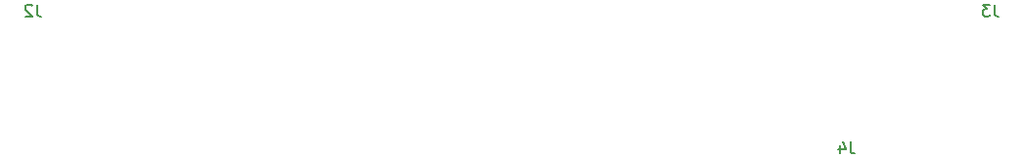
<source format=gbr>
G04 #@! TF.GenerationSoftware,KiCad,Pcbnew,(5.1.6)-1*
G04 #@! TF.CreationDate,2020-12-13T21:15:54+01:00*
G04 #@! TF.ProjectId,AR21_Battery_PCB,41523231-5f42-4617-9474-6572795f5043,rev?*
G04 #@! TF.SameCoordinates,Original*
G04 #@! TF.FileFunction,Legend,Bot*
G04 #@! TF.FilePolarity,Positive*
%FSLAX46Y46*%
G04 Gerber Fmt 4.6, Leading zero omitted, Abs format (unit mm)*
G04 Created by KiCad (PCBNEW (5.1.6)-1) date 2020-12-13 21:15:54*
%MOMM*%
%LPD*%
G01*
G04 APERTURE LIST*
%ADD10C,0.150000*%
G04 APERTURE END LIST*
D10*
X99393333Y-100552380D02*
X99393333Y-101266666D01*
X99440952Y-101409523D01*
X99536190Y-101504761D01*
X99679047Y-101552380D01*
X99774285Y-101552380D01*
X98964761Y-100647619D02*
X98917142Y-100600000D01*
X98821904Y-100552380D01*
X98583809Y-100552380D01*
X98488571Y-100600000D01*
X98440952Y-100647619D01*
X98393333Y-100742857D01*
X98393333Y-100838095D01*
X98440952Y-100980952D01*
X99012380Y-101552380D01*
X98393333Y-101552380D01*
X182197333Y-100552380D02*
X182197333Y-101266666D01*
X182244952Y-101409523D01*
X182340190Y-101504761D01*
X182483047Y-101552380D01*
X182578285Y-101552380D01*
X181816380Y-100552380D02*
X181197333Y-100552380D01*
X181530666Y-100933333D01*
X181387809Y-100933333D01*
X181292571Y-100980952D01*
X181244952Y-101028571D01*
X181197333Y-101123809D01*
X181197333Y-101361904D01*
X181244952Y-101457142D01*
X181292571Y-101504761D01*
X181387809Y-101552380D01*
X181673523Y-101552380D01*
X181768761Y-101504761D01*
X181816380Y-101457142D01*
X169761333Y-112464380D02*
X169761333Y-113178666D01*
X169808952Y-113321523D01*
X169904190Y-113416761D01*
X170047047Y-113464380D01*
X170142285Y-113464380D01*
X168856571Y-112797714D02*
X168856571Y-113464380D01*
X169094666Y-112416761D02*
X169332761Y-113131047D01*
X168713714Y-113131047D01*
M02*

</source>
